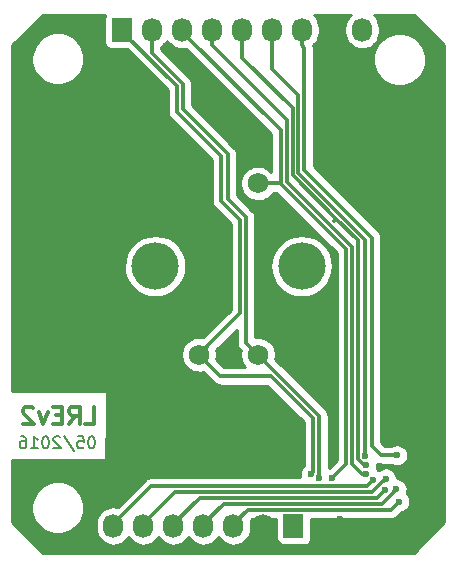
<source format=gbl>
G04 #@! TF.FileFunction,Copper,L2,Bot,Signal*
%FSLAX46Y46*%
G04 Gerber Fmt 4.6, Leading zero omitted, Abs format (unit mm)*
G04 Created by KiCad (PCBNEW 4.0.2-stable) date 01.05.2016 06:04:37*
%MOMM*%
G01*
G04 APERTURE LIST*
%ADD10C,0.100000*%
%ADD11C,0.200000*%
%ADD12C,0.300000*%
%ADD13C,1.750000*%
%ADD14O,4.000000X4.000000*%
%ADD15R,1.727200X2.032000*%
%ADD16O,1.727200X2.032000*%
%ADD17C,0.600000*%
%ADD18C,0.254000*%
G04 APERTURE END LIST*
D10*
D11*
X88469101Y-114417861D02*
X88373862Y-114417861D01*
X88278624Y-114465480D01*
X88231005Y-114513099D01*
X88183386Y-114608337D01*
X88135767Y-114798813D01*
X88135767Y-115036909D01*
X88183386Y-115227385D01*
X88231005Y-115322623D01*
X88278624Y-115370242D01*
X88373862Y-115417861D01*
X88469101Y-115417861D01*
X88564339Y-115370242D01*
X88611958Y-115322623D01*
X88659577Y-115227385D01*
X88707196Y-115036909D01*
X88707196Y-114798813D01*
X88659577Y-114608337D01*
X88611958Y-114513099D01*
X88564339Y-114465480D01*
X88469101Y-114417861D01*
X87231005Y-114417861D02*
X87707196Y-114417861D01*
X87754815Y-114894051D01*
X87707196Y-114846432D01*
X87611958Y-114798813D01*
X87373862Y-114798813D01*
X87278624Y-114846432D01*
X87231005Y-114894051D01*
X87183386Y-114989290D01*
X87183386Y-115227385D01*
X87231005Y-115322623D01*
X87278624Y-115370242D01*
X87373862Y-115417861D01*
X87611958Y-115417861D01*
X87707196Y-115370242D01*
X87754815Y-115322623D01*
X86040529Y-114370242D02*
X86897672Y-115655956D01*
X85754815Y-114513099D02*
X85707196Y-114465480D01*
X85611958Y-114417861D01*
X85373862Y-114417861D01*
X85278624Y-114465480D01*
X85231005Y-114513099D01*
X85183386Y-114608337D01*
X85183386Y-114703575D01*
X85231005Y-114846432D01*
X85802434Y-115417861D01*
X85183386Y-115417861D01*
X84564339Y-114417861D02*
X84469100Y-114417861D01*
X84373862Y-114465480D01*
X84326243Y-114513099D01*
X84278624Y-114608337D01*
X84231005Y-114798813D01*
X84231005Y-115036909D01*
X84278624Y-115227385D01*
X84326243Y-115322623D01*
X84373862Y-115370242D01*
X84469100Y-115417861D01*
X84564339Y-115417861D01*
X84659577Y-115370242D01*
X84707196Y-115322623D01*
X84754815Y-115227385D01*
X84802434Y-115036909D01*
X84802434Y-114798813D01*
X84754815Y-114608337D01*
X84707196Y-114513099D01*
X84659577Y-114465480D01*
X84564339Y-114417861D01*
X83278624Y-115417861D02*
X83850053Y-115417861D01*
X83564339Y-115417861D02*
X83564339Y-114417861D01*
X83659577Y-114560718D01*
X83754815Y-114655956D01*
X83850053Y-114703575D01*
X82421481Y-114417861D02*
X82611958Y-114417861D01*
X82707196Y-114465480D01*
X82754815Y-114513099D01*
X82850053Y-114655956D01*
X82897672Y-114846432D01*
X82897672Y-115227385D01*
X82850053Y-115322623D01*
X82802434Y-115370242D01*
X82707196Y-115417861D01*
X82516719Y-115417861D01*
X82421481Y-115370242D01*
X82373862Y-115322623D01*
X82326243Y-115227385D01*
X82326243Y-114989290D01*
X82373862Y-114894051D01*
X82421481Y-114846432D01*
X82516719Y-114798813D01*
X82707196Y-114798813D01*
X82802434Y-114846432D01*
X82850053Y-114894051D01*
X82897672Y-114989290D01*
D12*
X87898799Y-113393611D02*
X88613085Y-113393611D01*
X88613085Y-111893611D01*
X86541656Y-113393611D02*
X87041656Y-112679326D01*
X87398799Y-113393611D02*
X87398799Y-111893611D01*
X86827371Y-111893611D01*
X86684513Y-111965040D01*
X86613085Y-112036469D01*
X86541656Y-112179326D01*
X86541656Y-112393611D01*
X86613085Y-112536469D01*
X86684513Y-112607897D01*
X86827371Y-112679326D01*
X87398799Y-112679326D01*
X85898799Y-112607897D02*
X85398799Y-112607897D01*
X85184513Y-113393611D02*
X85898799Y-113393611D01*
X85898799Y-111893611D01*
X85184513Y-111893611D01*
X84684513Y-112393611D02*
X84327370Y-113393611D01*
X83970228Y-112393611D01*
X83470228Y-112036469D02*
X83398799Y-111965040D01*
X83255942Y-111893611D01*
X82898799Y-111893611D01*
X82755942Y-111965040D01*
X82684513Y-112036469D01*
X82613085Y-112179326D01*
X82613085Y-112322183D01*
X82684513Y-112536469D01*
X83541656Y-113393611D01*
X82613085Y-113393611D01*
D13*
X97500000Y-107500000D03*
X102500000Y-107500000D03*
X100000000Y-107500000D03*
X102500000Y-93000000D03*
X97500000Y-93000000D03*
D14*
X106200000Y-100000000D03*
X93800000Y-100000000D03*
D15*
X105500000Y-122000000D03*
D16*
X102960000Y-122000000D03*
X100420000Y-122000000D03*
X97880000Y-122000000D03*
X95340000Y-122000000D03*
X92800000Y-122000000D03*
X90260000Y-122000000D03*
D15*
X91000000Y-80000000D03*
D16*
X93540000Y-80000000D03*
X96080000Y-80000000D03*
X98620000Y-80000000D03*
X101160000Y-80000000D03*
X103700000Y-80000000D03*
X106240000Y-80000000D03*
X108780000Y-80000000D03*
X111320000Y-80000000D03*
D17*
X114470180Y-119948960D03*
X114279680Y-116019810D03*
X111605060Y-116050060D03*
X111678875Y-116846649D03*
X111622016Y-117644626D03*
X108740369Y-117975610D03*
X107691273Y-117983940D03*
X106970643Y-117636527D03*
X100020120Y-85971380D03*
X100050600Y-114012980D03*
X109410500Y-121386600D03*
X112276535Y-118104635D03*
X114229671Y-118909255D03*
X113269416Y-118950258D03*
X113314578Y-117985844D03*
D12*
X101633601Y-120633999D02*
X113785141Y-120633999D01*
X114170181Y-120248959D02*
X114470180Y-119948960D01*
X100420000Y-121847600D02*
X101633601Y-120633999D01*
X100420000Y-122000000D02*
X100420000Y-121847600D01*
X113785141Y-120633999D02*
X114170181Y-120248959D01*
X114279680Y-116019810D02*
X112951490Y-116019810D01*
X112951490Y-116019810D02*
X112171480Y-115239800D01*
X112171480Y-97619820D02*
X106431080Y-91879420D01*
X112171480Y-97619820D02*
X112171480Y-115239800D01*
X106431080Y-91879420D02*
X106431080Y-81507080D01*
X106431080Y-81507080D02*
X106240000Y-81316000D01*
X106240000Y-81316000D02*
X106240000Y-80000000D01*
X111605060Y-116050060D02*
X111605060Y-97760520D01*
X111605060Y-97760520D02*
X105931070Y-92086530D01*
X105931070Y-85532330D02*
X103700000Y-83301260D01*
X105931070Y-92086530D02*
X105931070Y-85532330D01*
X103700000Y-83301260D02*
X103700000Y-80000000D01*
X105431060Y-86624160D02*
X105431060Y-92293640D01*
X105431060Y-86624160D02*
X101160000Y-82353100D01*
X101160000Y-82353100D02*
X101160000Y-80000000D01*
X109131840Y-95994420D02*
X110970060Y-97832640D01*
X110970060Y-97832640D02*
X110970060Y-115723058D01*
X110970060Y-115723058D02*
X110955059Y-115738059D01*
X110955059Y-115738059D02*
X110955059Y-116362061D01*
X111439647Y-116846649D02*
X111678875Y-116846649D01*
X110955059Y-116362061D02*
X111439647Y-116846649D01*
X109131840Y-95994420D02*
X108956960Y-96169300D01*
X105431060Y-92293640D02*
X109131840Y-95994420D01*
X111622016Y-117644626D02*
X111307668Y-117644626D01*
X111307668Y-117644626D02*
X110455049Y-116792007D01*
X110455049Y-116792007D02*
X110455049Y-115530949D01*
X110455049Y-115530949D02*
X110463530Y-115522468D01*
X110463530Y-115522468D02*
X110463530Y-98382990D01*
X110463530Y-98382990D02*
X104931052Y-92850512D01*
X104931052Y-92850512D02*
X104931052Y-92500752D01*
X104931052Y-92500752D02*
X104931050Y-92500750D01*
X104931050Y-92500750D02*
X104931050Y-87627050D01*
X104931050Y-87627050D02*
X98620000Y-81316000D01*
X98620000Y-81316000D02*
X98620000Y-80000000D01*
X98620000Y-80000000D02*
X98620000Y-80152400D01*
X104431040Y-93057620D02*
X104431040Y-88503440D01*
X104431040Y-88503440D02*
X96080000Y-80152400D01*
X96080000Y-80152400D02*
X96080000Y-80000000D01*
X104431040Y-93057620D02*
X104373420Y-93000000D01*
X104373420Y-93000000D02*
X102500000Y-93000000D01*
X104431040Y-93057620D02*
X109963520Y-98590100D01*
X109963520Y-98590100D02*
X109963520Y-115315358D01*
X109955039Y-115323839D02*
X109955039Y-116760940D01*
X109963520Y-115315358D02*
X109955039Y-115323839D01*
X109955039Y-116760940D02*
X108740369Y-117975610D01*
X102500000Y-107500000D02*
X107691273Y-112691273D01*
X107691273Y-112691273D02*
X107691273Y-117983940D01*
X93540000Y-80000000D02*
X93540000Y-81985280D01*
X99949000Y-90531680D02*
X99949000Y-94343118D01*
X93540000Y-81985280D02*
X96143080Y-84588360D01*
X96143080Y-84588360D02*
X96143080Y-86725760D01*
X96143080Y-86725760D02*
X99949000Y-90531680D01*
X99949000Y-94343118D02*
X101483530Y-95877648D01*
X101483530Y-95877648D02*
X101483530Y-106483530D01*
X101483530Y-106483530D02*
X102500000Y-107500000D01*
X107191263Y-112898383D02*
X107191263Y-117415907D01*
X107191263Y-117415907D02*
X106970643Y-117636527D01*
X103623240Y-109330360D02*
X107191263Y-112898383D01*
X99330360Y-109330360D02*
X103623240Y-109330360D01*
X97500000Y-107500000D02*
X99330360Y-109330360D01*
X97500000Y-107500000D02*
X98374999Y-106625001D01*
X98374999Y-106625001D02*
X98374999Y-106613161D01*
X98374999Y-106613161D02*
X100982780Y-104005380D01*
X100982780Y-104005380D02*
X100982780Y-96084018D01*
X100982780Y-96084018D02*
X99372420Y-94473658D01*
X99372420Y-94473658D02*
X99372420Y-90662220D01*
X99372420Y-90662220D02*
X95643070Y-86932870D01*
X95643070Y-86932870D02*
X95643070Y-84795470D01*
X95643070Y-84795470D02*
X91000000Y-80152400D01*
X91000000Y-80152400D02*
X91000000Y-80000000D01*
X104927240Y-124119640D02*
X106677460Y-124119640D01*
X106677460Y-124119640D02*
X109410500Y-121386600D01*
X102960000Y-122152400D02*
X104927240Y-124119640D01*
X102960000Y-122000000D02*
X102960000Y-122152400D01*
X102960000Y-122000000D02*
X102960000Y-121847600D01*
X90260000Y-121847600D02*
X90260000Y-122000000D01*
X93473650Y-118633950D02*
X90260000Y-121847600D01*
X111747220Y-118633950D02*
X93473650Y-118633950D01*
X112276535Y-118104635D02*
X111747220Y-118633950D01*
X97880000Y-121847600D02*
X99593612Y-120133988D01*
X113004938Y-120133988D02*
X113929672Y-119209254D01*
X99593612Y-120133988D02*
X113004938Y-120133988D01*
X97880000Y-122000000D02*
X97880000Y-121847600D01*
X113929672Y-119209254D02*
X114229671Y-118909255D01*
X112585697Y-119633977D02*
X112969417Y-119250257D01*
X112969417Y-119250257D02*
X113269416Y-118950258D01*
X97553623Y-119633977D02*
X112585697Y-119633977D01*
X95340000Y-122000000D02*
X95340000Y-121847600D01*
X95340000Y-121847600D02*
X97553623Y-119633977D01*
X112166456Y-119133966D02*
X113014579Y-118285843D01*
X113014579Y-118285843D02*
X113314578Y-117985844D01*
X95513634Y-119133966D02*
X112166456Y-119133966D01*
X92800000Y-121847600D02*
X95513634Y-119133966D01*
X92800000Y-122000000D02*
X92800000Y-121847600D01*
D18*
G36*
X89523590Y-78806237D02*
X89498328Y-78984000D01*
X89498328Y-81016000D01*
X89506392Y-81117121D01*
X89559506Y-81288634D01*
X89658300Y-81438559D01*
X89794950Y-81555025D01*
X89958637Y-81628810D01*
X90136400Y-81654072D01*
X91391514Y-81654072D01*
X94858070Y-85120628D01*
X94858070Y-86932870D01*
X94865148Y-87005053D01*
X94871466Y-87077272D01*
X94872617Y-87081234D01*
X94873020Y-87085344D01*
X94893991Y-87154805D01*
X94914209Y-87224394D01*
X94916107Y-87228056D01*
X94917301Y-87232010D01*
X94951330Y-87296008D01*
X94984713Y-87360412D01*
X94987292Y-87363642D01*
X94989227Y-87367282D01*
X95035060Y-87423479D01*
X95080296Y-87480144D01*
X95085960Y-87485888D01*
X95086057Y-87486008D01*
X95086167Y-87486099D01*
X95087991Y-87487949D01*
X98587420Y-90987378D01*
X98587420Y-94473658D01*
X98594498Y-94545841D01*
X98600816Y-94618060D01*
X98601967Y-94622022D01*
X98602370Y-94626132D01*
X98623341Y-94695593D01*
X98643559Y-94765182D01*
X98645457Y-94768844D01*
X98646651Y-94772798D01*
X98680680Y-94836796D01*
X98714063Y-94901200D01*
X98716642Y-94904430D01*
X98718577Y-94908070D01*
X98764410Y-94964267D01*
X98809646Y-95020932D01*
X98815310Y-95026676D01*
X98815407Y-95026796D01*
X98815517Y-95026887D01*
X98817341Y-95028737D01*
X100197780Y-96409176D01*
X100197780Y-103680222D01*
X97848098Y-106029904D01*
X97658602Y-105991006D01*
X97362483Y-105988939D01*
X97071602Y-106044427D01*
X96797038Y-106155358D01*
X96549250Y-106317506D01*
X96337676Y-106524695D01*
X96170375Y-106769032D01*
X96053718Y-107041212D01*
X95992150Y-107330868D01*
X95988015Y-107626965D01*
X96041472Y-107918226D01*
X96150483Y-108193557D01*
X96310897Y-108442471D01*
X96516604Y-108655487D01*
X96759768Y-108824490D01*
X97031127Y-108943044D01*
X97320345Y-109006633D01*
X97616406Y-109012834D01*
X97859765Y-108969923D01*
X98775281Y-109885439D01*
X98831326Y-109931475D01*
X98886861Y-109978074D01*
X98890477Y-109980062D01*
X98893668Y-109982683D01*
X98957605Y-110016966D01*
X99021116Y-110051881D01*
X99025048Y-110053128D01*
X99028688Y-110055080D01*
X99098043Y-110076284D01*
X99167149Y-110098206D01*
X99171252Y-110098666D01*
X99175199Y-110099873D01*
X99247354Y-110107202D01*
X99319400Y-110115283D01*
X99327469Y-110115340D01*
X99327620Y-110115355D01*
X99327760Y-110115342D01*
X99330360Y-110115360D01*
X103298082Y-110115360D01*
X106406263Y-113223540D01*
X106406263Y-116888399D01*
X106381934Y-116904320D01*
X106250926Y-117032613D01*
X106147332Y-117183908D01*
X106075097Y-117352443D01*
X106036974Y-117531799D01*
X106034414Y-117715144D01*
X106058972Y-117848950D01*
X93473650Y-117848950D01*
X93401467Y-117856028D01*
X93329248Y-117862346D01*
X93325286Y-117863497D01*
X93321176Y-117863900D01*
X93251715Y-117884871D01*
X93182126Y-117905089D01*
X93178464Y-117906987D01*
X93174510Y-117908181D01*
X93110472Y-117942231D01*
X93046108Y-117975594D01*
X93042881Y-117978170D01*
X93039238Y-117980107D01*
X92983038Y-118025942D01*
X92926375Y-118071176D01*
X92920630Y-118076841D01*
X92920512Y-118076937D01*
X92920422Y-118077046D01*
X92918571Y-118078871D01*
X90610578Y-120386864D01*
X90561335Y-120371621D01*
X90270462Y-120341049D01*
X89979190Y-120367556D01*
X89698615Y-120450134D01*
X89439422Y-120585637D01*
X89211485Y-120768903D01*
X89023485Y-120992952D01*
X88882584Y-121249251D01*
X88794148Y-121528036D01*
X88761546Y-121818688D01*
X88761400Y-121839612D01*
X88761400Y-122160388D01*
X88789941Y-122451468D01*
X88874475Y-122731460D01*
X89011784Y-122989701D01*
X89196637Y-123216353D01*
X89421994Y-123402784D01*
X89679269Y-123541892D01*
X89958665Y-123628379D01*
X90249538Y-123658951D01*
X90540810Y-123632444D01*
X90821385Y-123549866D01*
X91080578Y-123414363D01*
X91308515Y-123231097D01*
X91496515Y-123007048D01*
X91529299Y-122947413D01*
X91551784Y-122989701D01*
X91736637Y-123216353D01*
X91961994Y-123402784D01*
X92219269Y-123541892D01*
X92498665Y-123628379D01*
X92789538Y-123658951D01*
X93080810Y-123632444D01*
X93361385Y-123549866D01*
X93620578Y-123414363D01*
X93848515Y-123231097D01*
X94036515Y-123007048D01*
X94069299Y-122947413D01*
X94091784Y-122989701D01*
X94276637Y-123216353D01*
X94501994Y-123402784D01*
X94759269Y-123541892D01*
X95038665Y-123628379D01*
X95329538Y-123658951D01*
X95620810Y-123632444D01*
X95901385Y-123549866D01*
X96160578Y-123414363D01*
X96388515Y-123231097D01*
X96576515Y-123007048D01*
X96609299Y-122947413D01*
X96631784Y-122989701D01*
X96816637Y-123216353D01*
X97041994Y-123402784D01*
X97299269Y-123541892D01*
X97578665Y-123628379D01*
X97869538Y-123658951D01*
X98160810Y-123632444D01*
X98441385Y-123549866D01*
X98700578Y-123414363D01*
X98928515Y-123231097D01*
X99116515Y-123007048D01*
X99149299Y-122947413D01*
X99171784Y-122989701D01*
X99356637Y-123216353D01*
X99581994Y-123402784D01*
X99839269Y-123541892D01*
X100118665Y-123628379D01*
X100409538Y-123658951D01*
X100700810Y-123632444D01*
X100981385Y-123549866D01*
X101240578Y-123414363D01*
X101468515Y-123231097D01*
X101656515Y-123007048D01*
X101797416Y-122750749D01*
X101885852Y-122471964D01*
X101918454Y-122181312D01*
X101918600Y-122160388D01*
X101918600Y-121839612D01*
X101890059Y-121548532D01*
X101875952Y-121501806D01*
X101958759Y-121418999D01*
X103998328Y-121418999D01*
X103998328Y-123016000D01*
X104006392Y-123117121D01*
X104059506Y-123288634D01*
X104158300Y-123438559D01*
X104294950Y-123555025D01*
X104458637Y-123628810D01*
X104636400Y-123654072D01*
X106363600Y-123654072D01*
X106464721Y-123646008D01*
X106636234Y-123592894D01*
X106786159Y-123494100D01*
X106902625Y-123357450D01*
X106976410Y-123193763D01*
X107001672Y-123016000D01*
X107001672Y-121418999D01*
X113785141Y-121418999D01*
X113857324Y-121411921D01*
X113929543Y-121405603D01*
X113933505Y-121404452D01*
X113937615Y-121404049D01*
X114007076Y-121383078D01*
X114076665Y-121362860D01*
X114080327Y-121360962D01*
X114084281Y-121359768D01*
X114148279Y-121325739D01*
X114212683Y-121292356D01*
X114215913Y-121289777D01*
X114219553Y-121287842D01*
X114275750Y-121242009D01*
X114332415Y-121196773D01*
X114338159Y-121191109D01*
X114338279Y-121191012D01*
X114338370Y-121190902D01*
X114340220Y-121189078D01*
X114665274Y-120864024D01*
X114722837Y-120853874D01*
X114893790Y-120787566D01*
X115048609Y-120689315D01*
X115181395Y-120562864D01*
X115287091Y-120413030D01*
X115361672Y-120245520D01*
X115402296Y-120066714D01*
X115405220Y-119857279D01*
X115369605Y-119677408D01*
X115299730Y-119507880D01*
X115198259Y-119355153D01*
X115099121Y-119255321D01*
X115121163Y-119205815D01*
X115161787Y-119027009D01*
X115164711Y-118817574D01*
X115129096Y-118637703D01*
X115059221Y-118468175D01*
X114957750Y-118315448D01*
X114828546Y-118185339D01*
X114676531Y-118082804D01*
X114507496Y-118011748D01*
X114327878Y-117974878D01*
X114248499Y-117974324D01*
X114249618Y-117894163D01*
X114214003Y-117714292D01*
X114144128Y-117544764D01*
X114042657Y-117392037D01*
X113913453Y-117261928D01*
X113761438Y-117159393D01*
X113592403Y-117088337D01*
X113412785Y-117051467D01*
X113229427Y-117050187D01*
X113049311Y-117084545D01*
X112879300Y-117153234D01*
X112725869Y-117253637D01*
X112707588Y-117271539D01*
X112554360Y-117207128D01*
X112542951Y-117204786D01*
X112570367Y-117143209D01*
X112610991Y-116964403D01*
X112613915Y-116754968D01*
X112607424Y-116722188D01*
X112642246Y-116741331D01*
X112646178Y-116742578D01*
X112649818Y-116744530D01*
X112719173Y-116765734D01*
X112788279Y-116787656D01*
X112792382Y-116788116D01*
X112796329Y-116789323D01*
X112868484Y-116796652D01*
X112940530Y-116804733D01*
X112948599Y-116804790D01*
X112948750Y-116804805D01*
X112948890Y-116804792D01*
X112951490Y-116804810D01*
X113770777Y-116804810D01*
X113821324Y-116839941D01*
X113989351Y-116913350D01*
X114168437Y-116952725D01*
X114351759Y-116956565D01*
X114532337Y-116924724D01*
X114703290Y-116858416D01*
X114858109Y-116760165D01*
X114990895Y-116633714D01*
X115096591Y-116483880D01*
X115171172Y-116316370D01*
X115211796Y-116137564D01*
X115214720Y-115928129D01*
X115179105Y-115748258D01*
X115109230Y-115578730D01*
X115007759Y-115426003D01*
X114878555Y-115295894D01*
X114726540Y-115193359D01*
X114557505Y-115122303D01*
X114377887Y-115085433D01*
X114194529Y-115084153D01*
X114014413Y-115118511D01*
X113844402Y-115187200D01*
X113771647Y-115234810D01*
X113276648Y-115234810D01*
X112956480Y-114914642D01*
X112956480Y-97619820D01*
X112949402Y-97547632D01*
X112943084Y-97475419D01*
X112941933Y-97471458D01*
X112941530Y-97467346D01*
X112920555Y-97397873D01*
X112900341Y-97328296D01*
X112898443Y-97324634D01*
X112897249Y-97320680D01*
X112863209Y-97256661D01*
X112829837Y-97192279D01*
X112827260Y-97189051D01*
X112825323Y-97185408D01*
X112779497Y-97129220D01*
X112734255Y-97072546D01*
X112728593Y-97066804D01*
X112728493Y-97066682D01*
X112728380Y-97066588D01*
X112726559Y-97064742D01*
X107216080Y-91554262D01*
X107216080Y-82687925D01*
X112262062Y-82687925D01*
X112341185Y-83119030D01*
X112502536Y-83526557D01*
X112739970Y-83894982D01*
X113044443Y-84210273D01*
X113404358Y-84460421D01*
X113806005Y-84635896D01*
X114234087Y-84730016D01*
X114672297Y-84739195D01*
X115103944Y-84663084D01*
X115512587Y-84504582D01*
X115882661Y-84269726D01*
X116200070Y-83967461D01*
X116452724Y-83609302D01*
X116630999Y-83208889D01*
X116728105Y-82781475D01*
X116735096Y-82280847D01*
X116649962Y-81850888D01*
X116482936Y-81445654D01*
X116240381Y-81080580D01*
X115931536Y-80769571D01*
X115568164Y-80524473D01*
X115164105Y-80354622D01*
X114734751Y-80266489D01*
X114296456Y-80263429D01*
X113865914Y-80345559D01*
X113459523Y-80509752D01*
X113092764Y-80749752D01*
X112779607Y-81056419D01*
X112531978Y-81418071D01*
X112359311Y-81820933D01*
X112268182Y-82249662D01*
X112262062Y-82687925D01*
X107216080Y-82687925D01*
X107216080Y-81507080D01*
X107209002Y-81434897D01*
X107202684Y-81362678D01*
X107201533Y-81358716D01*
X107201130Y-81354606D01*
X107188193Y-81311758D01*
X107288515Y-81231097D01*
X107476515Y-81007048D01*
X107617416Y-80750749D01*
X107705852Y-80471964D01*
X107738454Y-80181312D01*
X107738600Y-80160388D01*
X107738600Y-79839612D01*
X107710059Y-79548532D01*
X107625525Y-79268540D01*
X107488216Y-79010299D01*
X107303363Y-78783647D01*
X107214339Y-78710000D01*
X110344746Y-78710000D01*
X110271485Y-78768903D01*
X110083485Y-78992952D01*
X109942584Y-79249251D01*
X109854148Y-79528036D01*
X109821546Y-79818688D01*
X109821400Y-79839612D01*
X109821400Y-80160388D01*
X109849941Y-80451468D01*
X109934475Y-80731460D01*
X110071784Y-80989701D01*
X110256637Y-81216353D01*
X110481994Y-81402784D01*
X110739269Y-81541892D01*
X111018665Y-81628379D01*
X111309538Y-81658951D01*
X111600810Y-81632444D01*
X111881385Y-81549866D01*
X112140578Y-81414363D01*
X112368515Y-81231097D01*
X112556515Y-81007048D01*
X112697416Y-80750749D01*
X112785852Y-80471964D01*
X112818454Y-80181312D01*
X112818600Y-80160388D01*
X112818600Y-79839612D01*
X112790059Y-79548532D01*
X112705525Y-79268540D01*
X112568216Y-79010299D01*
X112383363Y-78783647D01*
X112294339Y-78710000D01*
X115705908Y-78710000D01*
X118290000Y-81294092D01*
X118290000Y-121705908D01*
X115705908Y-124290000D01*
X84294092Y-124290000D01*
X81710000Y-121705908D01*
X81710000Y-120626065D01*
X83322302Y-120626065D01*
X83401425Y-121057170D01*
X83562776Y-121464697D01*
X83800210Y-121833122D01*
X84104683Y-122148413D01*
X84464598Y-122398561D01*
X84866245Y-122574036D01*
X85294327Y-122668156D01*
X85732537Y-122677335D01*
X86164184Y-122601224D01*
X86572827Y-122442722D01*
X86942901Y-122207866D01*
X87260310Y-121905601D01*
X87512964Y-121547442D01*
X87691239Y-121147029D01*
X87788345Y-120719615D01*
X87795336Y-120218987D01*
X87710202Y-119789028D01*
X87543176Y-119383794D01*
X87300621Y-119018720D01*
X86991776Y-118707711D01*
X86628404Y-118462613D01*
X86224345Y-118292762D01*
X85794991Y-118204629D01*
X85356696Y-118201569D01*
X84926154Y-118283699D01*
X84519763Y-118447892D01*
X84153004Y-118687892D01*
X83839847Y-118994559D01*
X83592218Y-119356211D01*
X83419551Y-119759073D01*
X83328422Y-120187802D01*
X83322302Y-120626065D01*
X81710000Y-120626065D01*
X81710000Y-116400480D01*
X89632673Y-116400480D01*
X89632673Y-114550040D01*
X89755229Y-114550040D01*
X89755229Y-110580040D01*
X81710000Y-110580040D01*
X81710000Y-99981604D01*
X91152314Y-99981604D01*
X91198923Y-100493750D01*
X91344121Y-100987088D01*
X91582376Y-101442829D01*
X91904614Y-101843613D01*
X92298562Y-102174174D01*
X92749213Y-102421922D01*
X93239403Y-102577419D01*
X93750460Y-102634743D01*
X93787250Y-102635000D01*
X93812750Y-102635000D01*
X94324558Y-102584817D01*
X94816870Y-102436179D01*
X95270937Y-102194747D01*
X95669461Y-101869719D01*
X95997264Y-101473473D01*
X96241859Y-101021104D01*
X96393931Y-100529840D01*
X96447686Y-100018396D01*
X96401077Y-99506250D01*
X96255879Y-99012912D01*
X96017624Y-98557171D01*
X95695386Y-98156387D01*
X95301438Y-97825826D01*
X94850787Y-97578078D01*
X94360597Y-97422581D01*
X93849540Y-97365257D01*
X93812750Y-97365000D01*
X93787250Y-97365000D01*
X93275442Y-97415183D01*
X92783130Y-97563821D01*
X92329063Y-97805253D01*
X91930539Y-98130281D01*
X91602736Y-98526527D01*
X91358141Y-98978896D01*
X91206069Y-99470160D01*
X91152314Y-99981604D01*
X81710000Y-99981604D01*
X81710000Y-82626065D01*
X83322302Y-82626065D01*
X83401425Y-83057170D01*
X83562776Y-83464697D01*
X83800210Y-83833122D01*
X84104683Y-84148413D01*
X84464598Y-84398561D01*
X84866245Y-84574036D01*
X85294327Y-84668156D01*
X85732537Y-84677335D01*
X86164184Y-84601224D01*
X86572827Y-84442722D01*
X86942901Y-84207866D01*
X87260310Y-83905601D01*
X87512964Y-83547442D01*
X87691239Y-83147029D01*
X87788345Y-82719615D01*
X87795336Y-82218987D01*
X87710202Y-81789028D01*
X87543176Y-81383794D01*
X87300621Y-81018720D01*
X86991776Y-80707711D01*
X86628404Y-80462613D01*
X86224345Y-80292762D01*
X85794991Y-80204629D01*
X85356696Y-80201569D01*
X84926154Y-80283699D01*
X84519763Y-80447892D01*
X84153004Y-80687892D01*
X83839847Y-80994559D01*
X83592218Y-81356211D01*
X83419551Y-81759073D01*
X83328422Y-82187802D01*
X83322302Y-82626065D01*
X81710000Y-82626065D01*
X81710000Y-81294092D01*
X84294092Y-78710000D01*
X89566971Y-78710000D01*
X89523590Y-78806237D01*
X89523590Y-78806237D01*
G37*
X89523590Y-78806237D02*
X89498328Y-78984000D01*
X89498328Y-81016000D01*
X89506392Y-81117121D01*
X89559506Y-81288634D01*
X89658300Y-81438559D01*
X89794950Y-81555025D01*
X89958637Y-81628810D01*
X90136400Y-81654072D01*
X91391514Y-81654072D01*
X94858070Y-85120628D01*
X94858070Y-86932870D01*
X94865148Y-87005053D01*
X94871466Y-87077272D01*
X94872617Y-87081234D01*
X94873020Y-87085344D01*
X94893991Y-87154805D01*
X94914209Y-87224394D01*
X94916107Y-87228056D01*
X94917301Y-87232010D01*
X94951330Y-87296008D01*
X94984713Y-87360412D01*
X94987292Y-87363642D01*
X94989227Y-87367282D01*
X95035060Y-87423479D01*
X95080296Y-87480144D01*
X95085960Y-87485888D01*
X95086057Y-87486008D01*
X95086167Y-87486099D01*
X95087991Y-87487949D01*
X98587420Y-90987378D01*
X98587420Y-94473658D01*
X98594498Y-94545841D01*
X98600816Y-94618060D01*
X98601967Y-94622022D01*
X98602370Y-94626132D01*
X98623341Y-94695593D01*
X98643559Y-94765182D01*
X98645457Y-94768844D01*
X98646651Y-94772798D01*
X98680680Y-94836796D01*
X98714063Y-94901200D01*
X98716642Y-94904430D01*
X98718577Y-94908070D01*
X98764410Y-94964267D01*
X98809646Y-95020932D01*
X98815310Y-95026676D01*
X98815407Y-95026796D01*
X98815517Y-95026887D01*
X98817341Y-95028737D01*
X100197780Y-96409176D01*
X100197780Y-103680222D01*
X97848098Y-106029904D01*
X97658602Y-105991006D01*
X97362483Y-105988939D01*
X97071602Y-106044427D01*
X96797038Y-106155358D01*
X96549250Y-106317506D01*
X96337676Y-106524695D01*
X96170375Y-106769032D01*
X96053718Y-107041212D01*
X95992150Y-107330868D01*
X95988015Y-107626965D01*
X96041472Y-107918226D01*
X96150483Y-108193557D01*
X96310897Y-108442471D01*
X96516604Y-108655487D01*
X96759768Y-108824490D01*
X97031127Y-108943044D01*
X97320345Y-109006633D01*
X97616406Y-109012834D01*
X97859765Y-108969923D01*
X98775281Y-109885439D01*
X98831326Y-109931475D01*
X98886861Y-109978074D01*
X98890477Y-109980062D01*
X98893668Y-109982683D01*
X98957605Y-110016966D01*
X99021116Y-110051881D01*
X99025048Y-110053128D01*
X99028688Y-110055080D01*
X99098043Y-110076284D01*
X99167149Y-110098206D01*
X99171252Y-110098666D01*
X99175199Y-110099873D01*
X99247354Y-110107202D01*
X99319400Y-110115283D01*
X99327469Y-110115340D01*
X99327620Y-110115355D01*
X99327760Y-110115342D01*
X99330360Y-110115360D01*
X103298082Y-110115360D01*
X106406263Y-113223540D01*
X106406263Y-116888399D01*
X106381934Y-116904320D01*
X106250926Y-117032613D01*
X106147332Y-117183908D01*
X106075097Y-117352443D01*
X106036974Y-117531799D01*
X106034414Y-117715144D01*
X106058972Y-117848950D01*
X93473650Y-117848950D01*
X93401467Y-117856028D01*
X93329248Y-117862346D01*
X93325286Y-117863497D01*
X93321176Y-117863900D01*
X93251715Y-117884871D01*
X93182126Y-117905089D01*
X93178464Y-117906987D01*
X93174510Y-117908181D01*
X93110472Y-117942231D01*
X93046108Y-117975594D01*
X93042881Y-117978170D01*
X93039238Y-117980107D01*
X92983038Y-118025942D01*
X92926375Y-118071176D01*
X92920630Y-118076841D01*
X92920512Y-118076937D01*
X92920422Y-118077046D01*
X92918571Y-118078871D01*
X90610578Y-120386864D01*
X90561335Y-120371621D01*
X90270462Y-120341049D01*
X89979190Y-120367556D01*
X89698615Y-120450134D01*
X89439422Y-120585637D01*
X89211485Y-120768903D01*
X89023485Y-120992952D01*
X88882584Y-121249251D01*
X88794148Y-121528036D01*
X88761546Y-121818688D01*
X88761400Y-121839612D01*
X88761400Y-122160388D01*
X88789941Y-122451468D01*
X88874475Y-122731460D01*
X89011784Y-122989701D01*
X89196637Y-123216353D01*
X89421994Y-123402784D01*
X89679269Y-123541892D01*
X89958665Y-123628379D01*
X90249538Y-123658951D01*
X90540810Y-123632444D01*
X90821385Y-123549866D01*
X91080578Y-123414363D01*
X91308515Y-123231097D01*
X91496515Y-123007048D01*
X91529299Y-122947413D01*
X91551784Y-122989701D01*
X91736637Y-123216353D01*
X91961994Y-123402784D01*
X92219269Y-123541892D01*
X92498665Y-123628379D01*
X92789538Y-123658951D01*
X93080810Y-123632444D01*
X93361385Y-123549866D01*
X93620578Y-123414363D01*
X93848515Y-123231097D01*
X94036515Y-123007048D01*
X94069299Y-122947413D01*
X94091784Y-122989701D01*
X94276637Y-123216353D01*
X94501994Y-123402784D01*
X94759269Y-123541892D01*
X95038665Y-123628379D01*
X95329538Y-123658951D01*
X95620810Y-123632444D01*
X95901385Y-123549866D01*
X96160578Y-123414363D01*
X96388515Y-123231097D01*
X96576515Y-123007048D01*
X96609299Y-122947413D01*
X96631784Y-122989701D01*
X96816637Y-123216353D01*
X97041994Y-123402784D01*
X97299269Y-123541892D01*
X97578665Y-123628379D01*
X97869538Y-123658951D01*
X98160810Y-123632444D01*
X98441385Y-123549866D01*
X98700578Y-123414363D01*
X98928515Y-123231097D01*
X99116515Y-123007048D01*
X99149299Y-122947413D01*
X99171784Y-122989701D01*
X99356637Y-123216353D01*
X99581994Y-123402784D01*
X99839269Y-123541892D01*
X100118665Y-123628379D01*
X100409538Y-123658951D01*
X100700810Y-123632444D01*
X100981385Y-123549866D01*
X101240578Y-123414363D01*
X101468515Y-123231097D01*
X101656515Y-123007048D01*
X101797416Y-122750749D01*
X101885852Y-122471964D01*
X101918454Y-122181312D01*
X101918600Y-122160388D01*
X101918600Y-121839612D01*
X101890059Y-121548532D01*
X101875952Y-121501806D01*
X101958759Y-121418999D01*
X103998328Y-121418999D01*
X103998328Y-123016000D01*
X104006392Y-123117121D01*
X104059506Y-123288634D01*
X104158300Y-123438559D01*
X104294950Y-123555025D01*
X104458637Y-123628810D01*
X104636400Y-123654072D01*
X106363600Y-123654072D01*
X106464721Y-123646008D01*
X106636234Y-123592894D01*
X106786159Y-123494100D01*
X106902625Y-123357450D01*
X106976410Y-123193763D01*
X107001672Y-123016000D01*
X107001672Y-121418999D01*
X113785141Y-121418999D01*
X113857324Y-121411921D01*
X113929543Y-121405603D01*
X113933505Y-121404452D01*
X113937615Y-121404049D01*
X114007076Y-121383078D01*
X114076665Y-121362860D01*
X114080327Y-121360962D01*
X114084281Y-121359768D01*
X114148279Y-121325739D01*
X114212683Y-121292356D01*
X114215913Y-121289777D01*
X114219553Y-121287842D01*
X114275750Y-121242009D01*
X114332415Y-121196773D01*
X114338159Y-121191109D01*
X114338279Y-121191012D01*
X114338370Y-121190902D01*
X114340220Y-121189078D01*
X114665274Y-120864024D01*
X114722837Y-120853874D01*
X114893790Y-120787566D01*
X115048609Y-120689315D01*
X115181395Y-120562864D01*
X115287091Y-120413030D01*
X115361672Y-120245520D01*
X115402296Y-120066714D01*
X115405220Y-119857279D01*
X115369605Y-119677408D01*
X115299730Y-119507880D01*
X115198259Y-119355153D01*
X115099121Y-119255321D01*
X115121163Y-119205815D01*
X115161787Y-119027009D01*
X115164711Y-118817574D01*
X115129096Y-118637703D01*
X115059221Y-118468175D01*
X114957750Y-118315448D01*
X114828546Y-118185339D01*
X114676531Y-118082804D01*
X114507496Y-118011748D01*
X114327878Y-117974878D01*
X114248499Y-117974324D01*
X114249618Y-117894163D01*
X114214003Y-117714292D01*
X114144128Y-117544764D01*
X114042657Y-117392037D01*
X113913453Y-117261928D01*
X113761438Y-117159393D01*
X113592403Y-117088337D01*
X113412785Y-117051467D01*
X113229427Y-117050187D01*
X113049311Y-117084545D01*
X112879300Y-117153234D01*
X112725869Y-117253637D01*
X112707588Y-117271539D01*
X112554360Y-117207128D01*
X112542951Y-117204786D01*
X112570367Y-117143209D01*
X112610991Y-116964403D01*
X112613915Y-116754968D01*
X112607424Y-116722188D01*
X112642246Y-116741331D01*
X112646178Y-116742578D01*
X112649818Y-116744530D01*
X112719173Y-116765734D01*
X112788279Y-116787656D01*
X112792382Y-116788116D01*
X112796329Y-116789323D01*
X112868484Y-116796652D01*
X112940530Y-116804733D01*
X112948599Y-116804790D01*
X112948750Y-116804805D01*
X112948890Y-116804792D01*
X112951490Y-116804810D01*
X113770777Y-116804810D01*
X113821324Y-116839941D01*
X113989351Y-116913350D01*
X114168437Y-116952725D01*
X114351759Y-116956565D01*
X114532337Y-116924724D01*
X114703290Y-116858416D01*
X114858109Y-116760165D01*
X114990895Y-116633714D01*
X115096591Y-116483880D01*
X115171172Y-116316370D01*
X115211796Y-116137564D01*
X115214720Y-115928129D01*
X115179105Y-115748258D01*
X115109230Y-115578730D01*
X115007759Y-115426003D01*
X114878555Y-115295894D01*
X114726540Y-115193359D01*
X114557505Y-115122303D01*
X114377887Y-115085433D01*
X114194529Y-115084153D01*
X114014413Y-115118511D01*
X113844402Y-115187200D01*
X113771647Y-115234810D01*
X113276648Y-115234810D01*
X112956480Y-114914642D01*
X112956480Y-97619820D01*
X112949402Y-97547632D01*
X112943084Y-97475419D01*
X112941933Y-97471458D01*
X112941530Y-97467346D01*
X112920555Y-97397873D01*
X112900341Y-97328296D01*
X112898443Y-97324634D01*
X112897249Y-97320680D01*
X112863209Y-97256661D01*
X112829837Y-97192279D01*
X112827260Y-97189051D01*
X112825323Y-97185408D01*
X112779497Y-97129220D01*
X112734255Y-97072546D01*
X112728593Y-97066804D01*
X112728493Y-97066682D01*
X112728380Y-97066588D01*
X112726559Y-97064742D01*
X107216080Y-91554262D01*
X107216080Y-82687925D01*
X112262062Y-82687925D01*
X112341185Y-83119030D01*
X112502536Y-83526557D01*
X112739970Y-83894982D01*
X113044443Y-84210273D01*
X113404358Y-84460421D01*
X113806005Y-84635896D01*
X114234087Y-84730016D01*
X114672297Y-84739195D01*
X115103944Y-84663084D01*
X115512587Y-84504582D01*
X115882661Y-84269726D01*
X116200070Y-83967461D01*
X116452724Y-83609302D01*
X116630999Y-83208889D01*
X116728105Y-82781475D01*
X116735096Y-82280847D01*
X116649962Y-81850888D01*
X116482936Y-81445654D01*
X116240381Y-81080580D01*
X115931536Y-80769571D01*
X115568164Y-80524473D01*
X115164105Y-80354622D01*
X114734751Y-80266489D01*
X114296456Y-80263429D01*
X113865914Y-80345559D01*
X113459523Y-80509752D01*
X113092764Y-80749752D01*
X112779607Y-81056419D01*
X112531978Y-81418071D01*
X112359311Y-81820933D01*
X112268182Y-82249662D01*
X112262062Y-82687925D01*
X107216080Y-82687925D01*
X107216080Y-81507080D01*
X107209002Y-81434897D01*
X107202684Y-81362678D01*
X107201533Y-81358716D01*
X107201130Y-81354606D01*
X107188193Y-81311758D01*
X107288515Y-81231097D01*
X107476515Y-81007048D01*
X107617416Y-80750749D01*
X107705852Y-80471964D01*
X107738454Y-80181312D01*
X107738600Y-80160388D01*
X107738600Y-79839612D01*
X107710059Y-79548532D01*
X107625525Y-79268540D01*
X107488216Y-79010299D01*
X107303363Y-78783647D01*
X107214339Y-78710000D01*
X110344746Y-78710000D01*
X110271485Y-78768903D01*
X110083485Y-78992952D01*
X109942584Y-79249251D01*
X109854148Y-79528036D01*
X109821546Y-79818688D01*
X109821400Y-79839612D01*
X109821400Y-80160388D01*
X109849941Y-80451468D01*
X109934475Y-80731460D01*
X110071784Y-80989701D01*
X110256637Y-81216353D01*
X110481994Y-81402784D01*
X110739269Y-81541892D01*
X111018665Y-81628379D01*
X111309538Y-81658951D01*
X111600810Y-81632444D01*
X111881385Y-81549866D01*
X112140578Y-81414363D01*
X112368515Y-81231097D01*
X112556515Y-81007048D01*
X112697416Y-80750749D01*
X112785852Y-80471964D01*
X112818454Y-80181312D01*
X112818600Y-80160388D01*
X112818600Y-79839612D01*
X112790059Y-79548532D01*
X112705525Y-79268540D01*
X112568216Y-79010299D01*
X112383363Y-78783647D01*
X112294339Y-78710000D01*
X115705908Y-78710000D01*
X118290000Y-81294092D01*
X118290000Y-121705908D01*
X115705908Y-124290000D01*
X84294092Y-124290000D01*
X81710000Y-121705908D01*
X81710000Y-120626065D01*
X83322302Y-120626065D01*
X83401425Y-121057170D01*
X83562776Y-121464697D01*
X83800210Y-121833122D01*
X84104683Y-122148413D01*
X84464598Y-122398561D01*
X84866245Y-122574036D01*
X85294327Y-122668156D01*
X85732537Y-122677335D01*
X86164184Y-122601224D01*
X86572827Y-122442722D01*
X86942901Y-122207866D01*
X87260310Y-121905601D01*
X87512964Y-121547442D01*
X87691239Y-121147029D01*
X87788345Y-120719615D01*
X87795336Y-120218987D01*
X87710202Y-119789028D01*
X87543176Y-119383794D01*
X87300621Y-119018720D01*
X86991776Y-118707711D01*
X86628404Y-118462613D01*
X86224345Y-118292762D01*
X85794991Y-118204629D01*
X85356696Y-118201569D01*
X84926154Y-118283699D01*
X84519763Y-118447892D01*
X84153004Y-118687892D01*
X83839847Y-118994559D01*
X83592218Y-119356211D01*
X83419551Y-119759073D01*
X83328422Y-120187802D01*
X83322302Y-120626065D01*
X81710000Y-120626065D01*
X81710000Y-116400480D01*
X89632673Y-116400480D01*
X89632673Y-114550040D01*
X89755229Y-114550040D01*
X89755229Y-110580040D01*
X81710000Y-110580040D01*
X81710000Y-99981604D01*
X91152314Y-99981604D01*
X91198923Y-100493750D01*
X91344121Y-100987088D01*
X91582376Y-101442829D01*
X91904614Y-101843613D01*
X92298562Y-102174174D01*
X92749213Y-102421922D01*
X93239403Y-102577419D01*
X93750460Y-102634743D01*
X93787250Y-102635000D01*
X93812750Y-102635000D01*
X94324558Y-102584817D01*
X94816870Y-102436179D01*
X95270937Y-102194747D01*
X95669461Y-101869719D01*
X95997264Y-101473473D01*
X96241859Y-101021104D01*
X96393931Y-100529840D01*
X96447686Y-100018396D01*
X96401077Y-99506250D01*
X96255879Y-99012912D01*
X96017624Y-98557171D01*
X95695386Y-98156387D01*
X95301438Y-97825826D01*
X94850787Y-97578078D01*
X94360597Y-97422581D01*
X93849540Y-97365257D01*
X93812750Y-97365000D01*
X93787250Y-97365000D01*
X93275442Y-97415183D01*
X92783130Y-97563821D01*
X92329063Y-97805253D01*
X91930539Y-98130281D01*
X91602736Y-98526527D01*
X91358141Y-98978896D01*
X91206069Y-99470160D01*
X91152314Y-99981604D01*
X81710000Y-99981604D01*
X81710000Y-82626065D01*
X83322302Y-82626065D01*
X83401425Y-83057170D01*
X83562776Y-83464697D01*
X83800210Y-83833122D01*
X84104683Y-84148413D01*
X84464598Y-84398561D01*
X84866245Y-84574036D01*
X85294327Y-84668156D01*
X85732537Y-84677335D01*
X86164184Y-84601224D01*
X86572827Y-84442722D01*
X86942901Y-84207866D01*
X87260310Y-83905601D01*
X87512964Y-83547442D01*
X87691239Y-83147029D01*
X87788345Y-82719615D01*
X87795336Y-82218987D01*
X87710202Y-81789028D01*
X87543176Y-81383794D01*
X87300621Y-81018720D01*
X86991776Y-80707711D01*
X86628404Y-80462613D01*
X86224345Y-80292762D01*
X85794991Y-80204629D01*
X85356696Y-80201569D01*
X84926154Y-80283699D01*
X84519763Y-80447892D01*
X84153004Y-80687892D01*
X83839847Y-80994559D01*
X83592218Y-81356211D01*
X83419551Y-81759073D01*
X83328422Y-82187802D01*
X83322302Y-82626065D01*
X81710000Y-82626065D01*
X81710000Y-81294092D01*
X84294092Y-78710000D01*
X89566971Y-78710000D01*
X89523590Y-78806237D01*
G36*
X94831784Y-80989701D02*
X95016637Y-81216353D01*
X95241994Y-81402784D01*
X95499269Y-81541892D01*
X95778665Y-81628379D01*
X96069538Y-81658951D01*
X96360810Y-81632444D01*
X96429631Y-81612189D01*
X103646040Y-88828598D01*
X103646040Y-92011021D01*
X103467167Y-91830896D01*
X103221667Y-91665304D01*
X102948680Y-91550550D01*
X102658602Y-91491006D01*
X102362483Y-91488939D01*
X102071602Y-91544427D01*
X101797038Y-91655358D01*
X101549250Y-91817506D01*
X101337676Y-92024695D01*
X101170375Y-92269032D01*
X101053718Y-92541212D01*
X100992150Y-92830868D01*
X100988015Y-93126965D01*
X101041472Y-93418226D01*
X101150483Y-93693557D01*
X101310897Y-93942471D01*
X101516604Y-94155487D01*
X101759768Y-94324490D01*
X102031127Y-94443044D01*
X102320345Y-94506633D01*
X102616406Y-94512834D01*
X102908034Y-94461412D01*
X103184119Y-94354326D01*
X103434147Y-94195653D01*
X103648593Y-93991439D01*
X103794220Y-93785000D01*
X104048262Y-93785000D01*
X109178520Y-98915258D01*
X109178520Y-115237658D01*
X109178203Y-115240783D01*
X109170116Y-115312879D01*
X109170059Y-115320948D01*
X109170044Y-115321099D01*
X109170057Y-115321239D01*
X109170039Y-115323839D01*
X109170039Y-116435782D01*
X108544806Y-117061015D01*
X108476273Y-117074088D01*
X108476273Y-112691273D01*
X108469195Y-112619090D01*
X108462877Y-112546871D01*
X108461726Y-112542909D01*
X108461323Y-112538799D01*
X108440352Y-112469338D01*
X108420134Y-112399749D01*
X108418236Y-112396087D01*
X108417042Y-112392133D01*
X108383002Y-112328114D01*
X108349630Y-112263732D01*
X108347053Y-112260504D01*
X108345116Y-112256861D01*
X108299266Y-112200642D01*
X108254047Y-112143999D01*
X108248383Y-112138255D01*
X108248286Y-112138135D01*
X108248176Y-112138044D01*
X108246352Y-112136194D01*
X103967387Y-107857229D01*
X104005342Y-107690169D01*
X104010065Y-107351937D01*
X103952547Y-107061450D01*
X103839702Y-106787668D01*
X103675828Y-106541018D01*
X103467167Y-106330896D01*
X103221667Y-106165304D01*
X102948680Y-106050550D01*
X102658602Y-105991006D01*
X102362483Y-105988939D01*
X102268530Y-106006861D01*
X102268530Y-99981604D01*
X103552314Y-99981604D01*
X103598923Y-100493750D01*
X103744121Y-100987088D01*
X103982376Y-101442829D01*
X104304614Y-101843613D01*
X104698562Y-102174174D01*
X105149213Y-102421922D01*
X105639403Y-102577419D01*
X106150460Y-102634743D01*
X106187250Y-102635000D01*
X106212750Y-102635000D01*
X106724558Y-102584817D01*
X107216870Y-102436179D01*
X107670937Y-102194747D01*
X108069461Y-101869719D01*
X108397264Y-101473473D01*
X108641859Y-101021104D01*
X108793931Y-100529840D01*
X108847686Y-100018396D01*
X108801077Y-99506250D01*
X108655879Y-99012912D01*
X108417624Y-98557171D01*
X108095386Y-98156387D01*
X107701438Y-97825826D01*
X107250787Y-97578078D01*
X106760597Y-97422581D01*
X106249540Y-97365257D01*
X106212750Y-97365000D01*
X106187250Y-97365000D01*
X105675442Y-97415183D01*
X105183130Y-97563821D01*
X104729063Y-97805253D01*
X104330539Y-98130281D01*
X104002736Y-98526527D01*
X103758141Y-98978896D01*
X103606069Y-99470160D01*
X103552314Y-99981604D01*
X102268530Y-99981604D01*
X102268530Y-95877648D01*
X102261452Y-95805465D01*
X102255134Y-95733246D01*
X102253983Y-95729284D01*
X102253580Y-95725174D01*
X102232609Y-95655713D01*
X102212391Y-95586124D01*
X102210493Y-95582462D01*
X102209299Y-95578508D01*
X102175270Y-95514510D01*
X102141887Y-95450106D01*
X102139308Y-95446876D01*
X102137373Y-95443236D01*
X102091560Y-95387064D01*
X102046304Y-95330373D01*
X102040639Y-95324628D01*
X102040543Y-95324510D01*
X102040434Y-95324420D01*
X102038609Y-95322569D01*
X100734000Y-94017960D01*
X100734000Y-90531680D01*
X100726922Y-90459497D01*
X100720604Y-90387278D01*
X100719453Y-90383316D01*
X100719050Y-90379206D01*
X100698079Y-90309745D01*
X100677861Y-90240156D01*
X100675963Y-90236494D01*
X100674769Y-90232540D01*
X100640729Y-90168521D01*
X100607357Y-90104139D01*
X100604780Y-90100911D01*
X100602843Y-90097268D01*
X100556993Y-90041049D01*
X100511774Y-89984406D01*
X100506110Y-89978662D01*
X100506013Y-89978542D01*
X100505903Y-89978451D01*
X100504079Y-89976601D01*
X96928080Y-86400602D01*
X96928080Y-84588360D01*
X96921002Y-84516177D01*
X96914684Y-84443958D01*
X96913533Y-84439996D01*
X96913130Y-84435886D01*
X96892159Y-84366425D01*
X96871941Y-84296836D01*
X96870043Y-84293174D01*
X96868849Y-84289220D01*
X96834820Y-84225222D01*
X96801437Y-84160818D01*
X96798858Y-84157588D01*
X96796923Y-84153948D01*
X96751110Y-84097776D01*
X96705854Y-84041085D01*
X96700189Y-84035340D01*
X96700093Y-84035222D01*
X96699984Y-84035132D01*
X96698159Y-84033281D01*
X94325000Y-81660122D01*
X94325000Y-81432963D01*
X94360578Y-81414363D01*
X94588515Y-81231097D01*
X94776515Y-81007048D01*
X94809299Y-80947413D01*
X94831784Y-80989701D01*
X94831784Y-80989701D01*
G37*
X94831784Y-80989701D02*
X95016637Y-81216353D01*
X95241994Y-81402784D01*
X95499269Y-81541892D01*
X95778665Y-81628379D01*
X96069538Y-81658951D01*
X96360810Y-81632444D01*
X96429631Y-81612189D01*
X103646040Y-88828598D01*
X103646040Y-92011021D01*
X103467167Y-91830896D01*
X103221667Y-91665304D01*
X102948680Y-91550550D01*
X102658602Y-91491006D01*
X102362483Y-91488939D01*
X102071602Y-91544427D01*
X101797038Y-91655358D01*
X101549250Y-91817506D01*
X101337676Y-92024695D01*
X101170375Y-92269032D01*
X101053718Y-92541212D01*
X100992150Y-92830868D01*
X100988015Y-93126965D01*
X101041472Y-93418226D01*
X101150483Y-93693557D01*
X101310897Y-93942471D01*
X101516604Y-94155487D01*
X101759768Y-94324490D01*
X102031127Y-94443044D01*
X102320345Y-94506633D01*
X102616406Y-94512834D01*
X102908034Y-94461412D01*
X103184119Y-94354326D01*
X103434147Y-94195653D01*
X103648593Y-93991439D01*
X103794220Y-93785000D01*
X104048262Y-93785000D01*
X109178520Y-98915258D01*
X109178520Y-115237658D01*
X109178203Y-115240783D01*
X109170116Y-115312879D01*
X109170059Y-115320948D01*
X109170044Y-115321099D01*
X109170057Y-115321239D01*
X109170039Y-115323839D01*
X109170039Y-116435782D01*
X108544806Y-117061015D01*
X108476273Y-117074088D01*
X108476273Y-112691273D01*
X108469195Y-112619090D01*
X108462877Y-112546871D01*
X108461726Y-112542909D01*
X108461323Y-112538799D01*
X108440352Y-112469338D01*
X108420134Y-112399749D01*
X108418236Y-112396087D01*
X108417042Y-112392133D01*
X108383002Y-112328114D01*
X108349630Y-112263732D01*
X108347053Y-112260504D01*
X108345116Y-112256861D01*
X108299266Y-112200642D01*
X108254047Y-112143999D01*
X108248383Y-112138255D01*
X108248286Y-112138135D01*
X108248176Y-112138044D01*
X108246352Y-112136194D01*
X103967387Y-107857229D01*
X104005342Y-107690169D01*
X104010065Y-107351937D01*
X103952547Y-107061450D01*
X103839702Y-106787668D01*
X103675828Y-106541018D01*
X103467167Y-106330896D01*
X103221667Y-106165304D01*
X102948680Y-106050550D01*
X102658602Y-105991006D01*
X102362483Y-105988939D01*
X102268530Y-106006861D01*
X102268530Y-99981604D01*
X103552314Y-99981604D01*
X103598923Y-100493750D01*
X103744121Y-100987088D01*
X103982376Y-101442829D01*
X104304614Y-101843613D01*
X104698562Y-102174174D01*
X105149213Y-102421922D01*
X105639403Y-102577419D01*
X106150460Y-102634743D01*
X106187250Y-102635000D01*
X106212750Y-102635000D01*
X106724558Y-102584817D01*
X107216870Y-102436179D01*
X107670937Y-102194747D01*
X108069461Y-101869719D01*
X108397264Y-101473473D01*
X108641859Y-101021104D01*
X108793931Y-100529840D01*
X108847686Y-100018396D01*
X108801077Y-99506250D01*
X108655879Y-99012912D01*
X108417624Y-98557171D01*
X108095386Y-98156387D01*
X107701438Y-97825826D01*
X107250787Y-97578078D01*
X106760597Y-97422581D01*
X106249540Y-97365257D01*
X106212750Y-97365000D01*
X106187250Y-97365000D01*
X105675442Y-97415183D01*
X105183130Y-97563821D01*
X104729063Y-97805253D01*
X104330539Y-98130281D01*
X104002736Y-98526527D01*
X103758141Y-98978896D01*
X103606069Y-99470160D01*
X103552314Y-99981604D01*
X102268530Y-99981604D01*
X102268530Y-95877648D01*
X102261452Y-95805465D01*
X102255134Y-95733246D01*
X102253983Y-95729284D01*
X102253580Y-95725174D01*
X102232609Y-95655713D01*
X102212391Y-95586124D01*
X102210493Y-95582462D01*
X102209299Y-95578508D01*
X102175270Y-95514510D01*
X102141887Y-95450106D01*
X102139308Y-95446876D01*
X102137373Y-95443236D01*
X102091560Y-95387064D01*
X102046304Y-95330373D01*
X102040639Y-95324628D01*
X102040543Y-95324510D01*
X102040434Y-95324420D01*
X102038609Y-95322569D01*
X100734000Y-94017960D01*
X100734000Y-90531680D01*
X100726922Y-90459497D01*
X100720604Y-90387278D01*
X100719453Y-90383316D01*
X100719050Y-90379206D01*
X100698079Y-90309745D01*
X100677861Y-90240156D01*
X100675963Y-90236494D01*
X100674769Y-90232540D01*
X100640729Y-90168521D01*
X100607357Y-90104139D01*
X100604780Y-90100911D01*
X100602843Y-90097268D01*
X100556993Y-90041049D01*
X100511774Y-89984406D01*
X100506110Y-89978662D01*
X100506013Y-89978542D01*
X100505903Y-89978451D01*
X100504079Y-89976601D01*
X96928080Y-86400602D01*
X96928080Y-84588360D01*
X96921002Y-84516177D01*
X96914684Y-84443958D01*
X96913533Y-84439996D01*
X96913130Y-84435886D01*
X96892159Y-84366425D01*
X96871941Y-84296836D01*
X96870043Y-84293174D01*
X96868849Y-84289220D01*
X96834820Y-84225222D01*
X96801437Y-84160818D01*
X96798858Y-84157588D01*
X96796923Y-84153948D01*
X96751110Y-84097776D01*
X96705854Y-84041085D01*
X96700189Y-84035340D01*
X96700093Y-84035222D01*
X96699984Y-84035132D01*
X96698159Y-84033281D01*
X94325000Y-81660122D01*
X94325000Y-81432963D01*
X94360578Y-81414363D01*
X94588515Y-81231097D01*
X94776515Y-81007048D01*
X94809299Y-80947413D01*
X94831784Y-80989701D01*
G36*
X100698530Y-106483530D02*
X100705608Y-106555713D01*
X100711926Y-106627932D01*
X100713077Y-106631894D01*
X100713480Y-106636004D01*
X100734451Y-106705465D01*
X100754669Y-106775054D01*
X100756567Y-106778716D01*
X100757761Y-106782670D01*
X100791790Y-106846668D01*
X100825173Y-106911072D01*
X100827752Y-106914302D01*
X100829687Y-106917942D01*
X100875520Y-106974139D01*
X100920756Y-107030804D01*
X100926420Y-107036548D01*
X100926517Y-107036668D01*
X100926627Y-107036759D01*
X100928451Y-107038609D01*
X101032216Y-107142374D01*
X100992150Y-107330868D01*
X100988015Y-107626965D01*
X101041472Y-107918226D01*
X101150483Y-108193557D01*
X101310897Y-108442471D01*
X101410256Y-108545360D01*
X99655518Y-108545360D01*
X98967387Y-107857229D01*
X99005342Y-107690169D01*
X99010065Y-107351937D01*
X98967110Y-107134997D01*
X98976114Y-107124035D01*
X98985661Y-107112657D01*
X100698530Y-105399788D01*
X100698530Y-106483530D01*
X100698530Y-106483530D01*
G37*
X100698530Y-106483530D02*
X100705608Y-106555713D01*
X100711926Y-106627932D01*
X100713077Y-106631894D01*
X100713480Y-106636004D01*
X100734451Y-106705465D01*
X100754669Y-106775054D01*
X100756567Y-106778716D01*
X100757761Y-106782670D01*
X100791790Y-106846668D01*
X100825173Y-106911072D01*
X100827752Y-106914302D01*
X100829687Y-106917942D01*
X100875520Y-106974139D01*
X100920756Y-107030804D01*
X100926420Y-107036548D01*
X100926517Y-107036668D01*
X100926627Y-107036759D01*
X100928451Y-107038609D01*
X101032216Y-107142374D01*
X100992150Y-107330868D01*
X100988015Y-107626965D01*
X101041472Y-107918226D01*
X101150483Y-108193557D01*
X101310897Y-108442471D01*
X101410256Y-108545360D01*
X99655518Y-108545360D01*
X98967387Y-107857229D01*
X99005342Y-107690169D01*
X99010065Y-107351937D01*
X98967110Y-107134997D01*
X98976114Y-107124035D01*
X98985661Y-107112657D01*
X100698530Y-105399788D01*
X100698530Y-106483530D01*
M02*

</source>
